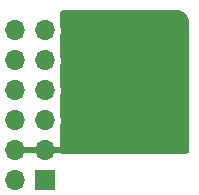
<source format=gbr>
%TF.GenerationSoftware,KiCad,Pcbnew,7.0.10*%
%TF.CreationDate,2024-02-19T11:00:08+07:00*%
%TF.ProjectId,PMODP2PSRAM,504d4f44-5032-4505-9352-414d2e6b6963,rev?*%
%TF.SameCoordinates,PX8c6db50PY50d2eb0*%
%TF.FileFunction,Copper,L2,Bot*%
%TF.FilePolarity,Positive*%
%FSLAX46Y46*%
G04 Gerber Fmt 4.6, Leading zero omitted, Abs format (unit mm)*
G04 Created by KiCad (PCBNEW 7.0.10) date 2024-02-19 11:00:08*
%MOMM*%
%LPD*%
G01*
G04 APERTURE LIST*
%TA.AperFunction,ComponentPad*%
%ADD10O,1.700000X1.700000*%
%TD*%
%TA.AperFunction,ComponentPad*%
%ADD11R,1.700000X1.700000*%
%TD*%
%TA.AperFunction,ViaPad*%
%ADD12C,1.000000*%
%TD*%
G04 APERTURE END LIST*
D10*
%TO.P,J1,12,Pin_12*%
%TO.N,unconnected-(J1-Pin_12-Pad12)*%
X4000000Y14540000D03*
%TO.P,J1,11,Pin_11*%
%TO.N,CE*%
X6540000Y14540000D03*
%TO.P,J1,10,Pin_10*%
%TO.N,IO1*%
X4000000Y12000000D03*
%TO.P,J1,9,Pin_9*%
%TO.N,IO2*%
X6540000Y12000000D03*
%TO.P,J1,8,Pin_8*%
%TO.N,IO0*%
X4000000Y9460000D03*
%TO.P,J1,7,Pin_7*%
%TO.N,SCLK*%
X6540000Y9460000D03*
%TO.P,J1,6,Pin_6*%
%TO.N,IO3*%
X4000000Y6920000D03*
%TO.P,J1,5,Pin_5*%
%TO.N,unconnected-(J1-Pin_5-Pad5)*%
X6540000Y6920000D03*
%TO.P,J1,4,Pin_4*%
%TO.N,GND*%
X4000000Y4380000D03*
%TO.P,J1,3,Pin_3*%
X6540000Y4380000D03*
%TO.P,J1,2,Pin_2*%
%TO.N,+3.3V*%
X4000000Y1840000D03*
D11*
%TO.P,J1,1,Pin_1*%
X6540000Y1840000D03*
%TD*%
D12*
%TO.N,GND*%
X15750000Y5000000D03*
X13500000Y8000000D03*
X12000000Y8000000D03*
X13500000Y12000000D03*
X12000000Y12000000D03*
X15750000Y6750000D03*
%TD*%
%TA.AperFunction,Conductor*%
%TO.N,GND*%
G36*
X17760819Y16248554D02*
G01*
X17794309Y16245624D01*
X17796579Y16245413D01*
X17911576Y16234086D01*
X17951589Y16226805D01*
X18004416Y16212651D01*
X18012189Y16210431D01*
X18093068Y16185897D01*
X18126015Y16173291D01*
X18180780Y16147754D01*
X18192899Y16141694D01*
X18262427Y16104529D01*
X18287864Y16088903D01*
X18338980Y16053112D01*
X18354125Y16041622D01*
X18404232Y16000500D01*
X18413698Y15992732D01*
X18431805Y15976322D01*
X18476320Y15931807D01*
X18492730Y15913700D01*
X18541620Y15854127D01*
X18553110Y15838982D01*
X18588901Y15787866D01*
X18604527Y15762429D01*
X18641692Y15692901D01*
X18647768Y15680749D01*
X18673289Y15626017D01*
X18685895Y15593070D01*
X18710417Y15512233D01*
X18712654Y15504398D01*
X18726801Y15451602D01*
X18734087Y15411560D01*
X18745389Y15296804D01*
X18745640Y15294108D01*
X18748552Y15260835D01*
X18749500Y15239126D01*
X18749500Y4349000D01*
X18730546Y4253712D01*
X18676570Y4172930D01*
X18595788Y4118954D01*
X18500500Y4100000D01*
X8016450Y4100000D01*
X7921162Y4118954D01*
X7904630Y4130000D01*
X6973686Y4130000D01*
X6999493Y4170156D01*
X7040000Y4308111D01*
X7040000Y4451889D01*
X6999493Y4589844D01*
X6973686Y4630000D01*
X7870636Y4630000D01*
X7870635Y4630001D01*
X7858485Y4675348D01*
X7850000Y4739795D01*
X7850000Y6558273D01*
X7858484Y6622717D01*
X7861633Y6634474D01*
X7875063Y6684592D01*
X7895659Y6920000D01*
X7895659Y6920006D01*
X7875064Y7155402D01*
X7875063Y7155404D01*
X7875063Y7155408D01*
X7858484Y7217284D01*
X7850000Y7281727D01*
X7850000Y9098273D01*
X7858484Y9162717D01*
X7861633Y9174474D01*
X7875063Y9224592D01*
X7895659Y9460000D01*
X7895659Y9460006D01*
X7875064Y9695402D01*
X7875063Y9695404D01*
X7875063Y9695408D01*
X7858484Y9757284D01*
X7850000Y9821727D01*
X7850000Y11638273D01*
X7858484Y11702717D01*
X7861633Y11714474D01*
X7875063Y11764592D01*
X7895659Y12000000D01*
X7895659Y12000006D01*
X7875064Y12235402D01*
X7875063Y12235404D01*
X7875063Y12235408D01*
X7858484Y12297284D01*
X7850000Y12361727D01*
X7850000Y14178273D01*
X7858484Y14242717D01*
X7861633Y14254474D01*
X7875063Y14304592D01*
X7895659Y14540000D01*
X7895659Y14540006D01*
X7875064Y14775402D01*
X7875063Y14775404D01*
X7875063Y14775408D01*
X7858484Y14837284D01*
X7850000Y14901727D01*
X7850000Y16000500D01*
X7868954Y16095788D01*
X7922930Y16176570D01*
X8003712Y16230546D01*
X8099000Y16249500D01*
X17739133Y16249500D01*
X17760819Y16248554D01*
G37*
%TD.AperFunction*%
%TA.AperFunction,Conductor*%
G36*
X6080507Y4589844D02*
G01*
X6040000Y4451889D01*
X6040000Y4308111D01*
X6080507Y4170156D01*
X6106314Y4130000D01*
X4433686Y4130000D01*
X4459493Y4170156D01*
X4500000Y4308111D01*
X4500000Y4451889D01*
X4459493Y4589844D01*
X4433686Y4630000D01*
X6106314Y4630000D01*
X6080507Y4589844D01*
G37*
%TD.AperFunction*%
%TD*%
M02*

</source>
